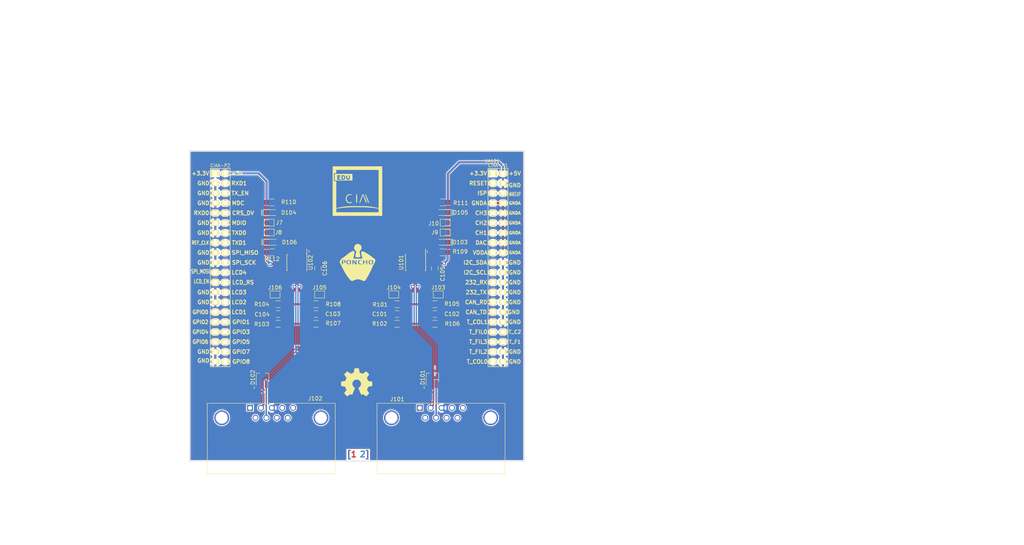
<source format=kicad_pcb>
(kicad_pcb (version 4) (host pcbnew 4.0.7-e2-6376~58~ubuntu16.04.1)
  (title_block (title Poncho_CAN) (date 2018-10-19) (rev 1.0) (company "Proyecto CIAA - COMPUTADORA INDUSTRIAL ABIERTA ARGENTINA") (comment 1 https://github.com/ggavinowich/CESE_PCB_poncho_CAN) (comment 2 "Licencia: Ver doc/LICENCIA.txt") (comment 3 "Autor: Gabriel Gavinowich"))
  (layers (0 F.Cu signal) (31 B.Cu signal) (35 F.Paste user) (37 F.SilkS user) (39 F.Mask user) (44 Edge.Cuts user))
  (net 0 "")
  (net 1 +5V)
  (net 2 GND)
  (net 3 GNDA)
  (net 4 "Net-(C101-Pad2)")
  (net 5 "Net-(C102-Pad1)")
  (net 6 "Net-(C103-Pad2)")
  (net 7 "Net-(C104-Pad1)")
  (net 8 "Net-(J103-Pad2)")
  (net 9 "Net-(J105-Pad2)")
  (net 10 "Net-(D103-Pad1)")
  (net 11 "Net-(D103-Pad2)")
  (net 12 "Net-(D104-Pad1)")
  (net 13 "Net-(D104-Pad2)")
  (net 14 "Net-(D105-Pad1)")
  (net 15 "Net-(D105-Pad2)")
  (net 16 "Net-(D106-Pad1)")
  (net 17 "Net-(D106-Pad2)")
  (net 18 "Net-(J104-Pad1)")
  (net 19 "Net-(J106-Pad1)")
  (net 20 "Net-(J7-Pad1)")
  (net 21 "Net-(J8-Pad1)")
  (net 22 "Net-(J9-Pad1)")
  (net 23 "Net-(J10-Pad1)")
  (net 24 /CAN1+)
  (net 25 /CAN1-)
  (net 26 /CAN2+)
  (net 27 /CAN2-)
  (net 28 +5VP)
  (net 29 "Net-(J101-Pad1)")
  (net 30 "Net-(J101-Pad4)")
  (net 31 "Net-(J101-Pad5)")
  (net 32 "Net-(J101-Pad9)")
  (net 33 "Net-(J101-Pad8)")
  (net 34 "Net-(J101-Pad6)")
  (net 35 "Net-(J102-Pad1)")
  (net 36 "Net-(J102-Pad4)")
  (net 37 "Net-(J102-Pad5)")
  (net 38 "Net-(J102-Pad9)")
  (net 39 "Net-(J102-Pad8)")
  (net 40 "Net-(J102-Pad6)")
  (net 41 "Net-(U101-Pad5)")
  (net 42 "Net-(U101-Pad8)")
  (net 43 "Net-(U102-Pad5)")
  (net 44 "Net-(U102-Pad8)")
  (net 45 +3V3)
  (net 46 "Net-(XA101-Pad11)")
  (net 47 "Net-(XA101-Pad13)")
  (net 48 "Net-(XA101-Pad6)")
  (net 49 "Net-(XA101-Pad15)")
  (net 50 "Net-(XA101-Pad17)")
  (net 51 "Net-(XA101-Pad19)")
  (net 52 "Net-(XA101-Pad21)")
  (net 53 "Net-(XA101-Pad23)")
  (net 54 "Net-(XA101-Pad25)")
  (net 55 "Net-(XA101-Pad31)")
  (net 56 "Net-(XA101-Pad33)")
  (net 57 "Net-(XA101-Pad34)")
  (net 58 "Net-(XA101-Pad36)")
  (net 59 "Net-(XA101-Pad35)")
  (net 60 "Net-(XA101-Pad37)")
  (net 61 "Net-(XA101-Pad3)")
  (net 62 "Net-(XA101-Pad5)")
  (net 63 "Net-(XA101-Pad9)")
  (net 64 "Net-(XA101-Pad39)")
  (net 65 +3.3VP)
  (net 66 "Net-(XA101-Pad44)")
  (net 67 "Net-(XA101-Pad46)")
  (net 68 "Net-(XA101-Pad48)")
  (net 69 "Net-(XA101-Pad49)")
  (net 70 "Net-(XA101-Pad50)")
  (net 71 "Net-(XA101-Pad55)")
  (net 72 "Net-(XA101-Pad56)")
  (net 73 "Net-(XA101-Pad58)")
  (net 74 "Net-(XA101-Pad60)")
  (net 75 "Net-(XA101-Pad61)")
  (net 76 "Net-(XA101-Pad62)")
  (net 77 "Net-(XA101-Pad63)")
  (net 78 "Net-(XA101-Pad64)")
  (net 79 "Net-(XA101-Pad66)")
  (net 80 "Net-(XA101-Pad68)")
  (net 81 "Net-(XA101-Pad69)")
  (net 82 "Net-(XA101-Pad70)")
  (net 83 "Net-(XA101-Pad71)")
  (net 84 "Net-(XA101-Pad72)")
  (net 85 "Net-(XA101-Pad73)")
  (net 86 "Net-(XA101-Pad74)")
  (net 87 "Net-(XA101-Pad75)")
  (net 88 "Net-(XA101-Pad76)")
  (net 89 "Net-(XA101-Pad78)")
  (net 90 "Net-(XA101-Pad80)")
  (module Resistors_SMD:R_0805_HandSoldering (layer F.Cu) (at 86.95 80.45 180)
    (fp_text reference R112 (at 0 -1.7 180) (layer F.SilkS))
    (fp_text value 270)
    (pad 1 smd rect (at -1.35 0 180) (size 1.5 1.3) (layers F.Cu F.Paste F.Mask) (net 17 "Net-(D106-Pad2)"))
    (pad 2 smd rect (at 1.35 0 180) (size 1.5 1.3) (layers F.Cu F.Paste F.Mask) (net 28 +5VP))
  )
  (module Resistors_SMD:R_0805_HandSoldering (layer F.Cu) (at 130.6 67.65)
    (fp_text reference R111 (at 4.65 0.15) (layer F.SilkS))
    (fp_text value 270)
    (pad 1 smd rect (at -1.35 0) (size 1.5 1.3) (layers F.Cu F.Paste F.Mask) (net 15 "Net-(D105-Pad2)"))
    (pad 2 smd rect (at 1.35 0) (size 1.5 1.3) (layers F.Cu F.Paste F.Mask) (net 1 +5V))
  )
  (module LEDs:LED_0805_HandSoldering (layer F.Cu) (at 87 77.85)
    (fp_text reference D106 (at 4.4 0) (layer F.SilkS))
    (fp_text value LED_RX)
    (pad 1 smd rect (at -1.35 0) (size 1.5 1.3) (layers F.Cu F.Paste F.Mask) (net 16 "Net-(D106-Pad1)"))
    (pad 2 smd rect (at 1.35 0) (size 1.5 1.3) (layers F.Cu F.Paste F.Mask) (net 17 "Net-(D106-Pad2)"))
  )
  (module LEDs:LED_0805_HandSoldering (layer F.Cu) (at 130.6 70.25 180)
    (fp_text reference D105 (at -4.6 0 180) (layer F.SilkS))
    (fp_text value LED_TX)
    (pad 1 smd rect (at -1.35 0 180) (size 1.5 1.3) (layers F.Cu F.Paste F.Mask) (net 14 "Net-(D105-Pad1)"))
    (pad 2 smd rect (at 1.35 0 180) (size 1.5 1.3) (layers F.Cu F.Paste F.Mask) (net 15 "Net-(D105-Pad2)"))
  )
  (module footprint:Logo_EDU-CIAA (layer F.Cu) (at 108.8 64.75)
    (fp_text reference G*** hide)
    (fp_text value Logo_EDU-CIAA hide)
  )
  (module footprint:Logo_OSHWA (layer F.Cu) (at 108.6 113.75)
    (fp_text reference G101 hide)
    (fp_text value Logo_OSHWA hide)
  )
  (module footprint:Logo_Poncho (layer F.Cu) (at 108.8 83.1)
    (fp_text reference G*** hide)
    (fp_text value LOGO hide)
  )
  (module Capacitors_SMD:C_0805_HandSoldering (layer F.Cu) (at 118.95 96.25)
    (fp_text reference C101 (at -4.45 0) (layer F.SilkS))
    (fp_text value 47n)
    (pad 1 smd rect (at -1.25 0) (size 1.5 1.25) (layers F.Cu F.Paste F.Mask) (net 2 GND))
    (pad 2 smd rect (at 1.25 0) (size 1.5 1.25) (layers F.Cu F.Paste F.Mask) (net 4 "Net-(C101-Pad2)"))
  )
  (module Capacitors_SMD:C_0805_HandSoldering (layer F.Cu) (at 128.65 96.25)
    (fp_text reference C102 (at 4.35 0) (layer F.SilkS))
    (fp_text value 47n)
    (pad 1 smd rect (at -1.25 0) (size 1.5 1.25) (layers F.Cu F.Paste F.Mask) (net 5 "Net-(C102-Pad1)"))
    (pad 2 smd rect (at 1.25 0) (size 1.5 1.25) (layers F.Cu F.Paste F.Mask) (net 2 GND))
  )
  (module Capacitors_SMD:C_0805_HandSoldering (layer F.Cu) (at 98.2 96.25 180)
    (fp_text reference C103 (at -4.3 0 180) (layer F.SilkS))
    (fp_text value 47n)
    (pad 1 smd rect (at -1.25 0 180) (size 1.5 1.25) (layers F.Cu F.Paste F.Mask) (net 2 GND))
    (pad 2 smd rect (at 1.25 0 180) (size 1.5 1.25) (layers F.Cu F.Paste F.Mask) (net 6 "Net-(C103-Pad2)"))
  )
  (module Capacitors_SMD:C_0805_HandSoldering (layer F.Cu) (at 88.5 96.25 180)
    (fp_text reference C104 (at 4.1 -0.1 180) (layer F.SilkS))
    (fp_text value 47n)
    (pad 1 smd rect (at -1.25 0 180) (size 1.5 1.25) (layers F.Cu F.Paste F.Mask) (net 7 "Net-(C104-Pad1)"))
    (pad 2 smd rect (at 1.25 0 180) (size 1.5 1.25) (layers F.Cu F.Paste F.Mask) (net 2 GND))
  )
  (module Capacitors_SMD:C_0805_HandSoldering (layer F.Cu) (at 128.6 84.55 270)
    (fp_text reference C105 (at 1.4 -2 270) (layer F.SilkS))
    (fp_text value 100n)
    (pad 1 smd rect (at -1.25 0 270) (size 1.5 1.25) (layers F.Cu F.Paste F.Mask) (net 1 +5V))
    (pad 2 smd rect (at 1.25 0 270) (size 1.5 1.25) (layers F.Cu F.Paste F.Mask) (net 2 GND))
  )
  (module Capacitors_SMD:C_0805_HandSoldering (layer F.Cu) (at 98.7 84.55 270)
    (fp_text reference C106 (at 0 -1.75 270) (layer F.SilkS))
    (fp_text value 100n)
    (pad 1 smd rect (at -1.25 0 270) (size 1.5 1.25) (layers F.Cu F.Paste F.Mask) (net 28 +5VP))
    (pad 2 smd rect (at 1.25 0 270) (size 1.5 1.25) (layers F.Cu F.Paste F.Mask) (net 2 GND))
  )
  (module Connect:GS2 (layer F.Cu) (at 86.2 72.85 90)
    (fp_text reference J7 (at 0 2.6 180) (layer F.SilkS))
    (fp_text value GS2)
    (pad 1 smd rect (at 0 -0.64 90) (size 1.27 0.97) (layers F.Cu F.Paste F.Mask) (net 20 "Net-(J7-Pad1)"))
    (pad 2 smd rect (at 0 0.64 90) (size 1.27 0.97) (layers F.Cu F.Paste F.Mask) (net 12 "Net-(D104-Pad1)"))
  )
  (module Connect:GS2 (layer F.Cu) (at 86.2 75.35 90)
    (fp_text reference J8 (at 0 2.4 180) (layer F.SilkS))
    (fp_text value GS2)
    (pad 1 smd rect (at 0 -0.64 90) (size 1.27 0.97) (layers F.Cu F.Paste F.Mask) (net 21 "Net-(J8-Pad1)"))
    (pad 2 smd rect (at 0 0.64 90) (size 1.27 0.97) (layers F.Cu F.Paste F.Mask) (net 16 "Net-(D106-Pad1)"))
  )
  (module Connect:GS2 (layer F.Cu) (at 131.26 75.35 270)
    (fp_text reference J9 (at 0 2.66 360) (layer F.SilkS))
    (fp_text value GS2)
    (pad 1 smd rect (at 0 -0.64 270) (size 1.27 0.97) (layers F.Cu F.Paste F.Mask) (net 22 "Net-(J9-Pad1)"))
    (pad 2 smd rect (at 0 0.64 270) (size 1.27 0.97) (layers F.Cu F.Paste F.Mask) (net 10 "Net-(D103-Pad1)"))
  )
  (module Connect:GS2 (layer F.Cu) (at 131.26 72.85 270)
    (fp_text reference J10 (at 0.2 2.96 360) (layer F.SilkS))
    (fp_text value GS2)
    (pad 1 smd rect (at 0 -0.64 270) (size 1.27 0.97) (layers F.Cu F.Paste F.Mask) (net 23 "Net-(J10-Pad1)"))
    (pad 2 smd rect (at 0 0.64 270) (size 1.27 0.97) (layers F.Cu F.Paste F.Mask) (net 14 "Net-(D105-Pad1)"))
  )
  (module Connect:DB9MC (layer F.Cu) (at 124.75 120.31 180)
    (fp_text reference J101 (at 5.75 2.21 180) (layer F.SilkS))
    (fp_text value DB9_Male_MountingHoles)
    (pad "" thru_hole circle (at 7.24 -2.54 180) (size 3.81 3.81) (drill 3.05) (layers *.Cu *.Mask))
    (pad "" thru_hole circle (at -18.16 -2.54 180) (size 3.81 3.81) (drill 3.05) (layers *.Cu *.Mask))
    (pad 1 thru_hole rect (at 0 0 180) (size 1.52 1.52) (drill 1.02) (layers *.Cu *.Mask) (net 29 "Net-(J101-Pad1)"))
    (pad 2 thru_hole circle (at -2.79 0 180) (size 1.52 1.52) (drill 1.02) (layers *.Cu *.Mask) (net 25 /CAN1-))
    (pad 3 thru_hole circle (at -5.59 0 180) (size 1.52 1.52) (drill 1.02) (layers *.Cu *.Mask) (net 2 GND))
    (pad 4 thru_hole circle (at -8.25 0 180) (size 1.52 1.52) (drill 1.02) (layers *.Cu *.Mask) (net 30 "Net-(J101-Pad4)"))
    (pad 5 thru_hole circle (at -11.05 0 180) (size 1.52 1.52) (drill 1.02) (layers *.Cu *.Mask) (net 31 "Net-(J101-Pad5)"))
    (pad 9 thru_hole circle (at -9.65 -2.54 180) (size 1.52 1.52) (drill 1.02) (layers *.Cu *.Mask) (net 32 "Net-(J101-Pad9)"))
    (pad 8 thru_hole circle (at -6.86 -2.54 180) (size 1.52 1.52) (drill 1.02) (layers *.Cu *.Mask) (net 33 "Net-(J101-Pad8)"))
    (pad 7 thru_hole circle (at -4.19 -2.54 180) (size 1.52 1.52) (drill 1.02) (layers *.Cu *.Mask) (net 24 /CAN1+))
    (pad 6 thru_hole circle (at -1.4 -2.54 180) (size 1.52 1.52) (drill 1.02) (layers *.Cu *.Mask) (net 34 "Net-(J101-Pad6)"))
  )
  (module Connect:DB9MC (layer F.Cu) (at 81.29 120.31 180)
    (fp_text reference J102 (at -16.71 2.41 180) (layer F.SilkS))
    (fp_text value DB9_Male_MountingHoles)
    (pad "" thru_hole circle (at 7.24 -2.54 180) (size 3.81 3.81) (drill 3.05) (layers *.Cu *.Mask))
    (pad "" thru_hole circle (at -18.16 -2.54 180) (size 3.81 3.81) (drill 3.05) (layers *.Cu *.Mask))
    (pad 1 thru_hole rect (at 0 0 180) (size 1.52 1.52) (drill 1.02) (layers *.Cu *.Mask) (net 35 "Net-(J102-Pad1)"))
    (pad 2 thru_hole circle (at -2.79 0 180) (size 1.52 1.52) (drill 1.02) (layers *.Cu *.Mask) (net 27 /CAN2-))
    (pad 3 thru_hole circle (at -5.59 0 180) (size 1.52 1.52) (drill 1.02) (layers *.Cu *.Mask) (net 2 GND))
    (pad 4 thru_hole circle (at -8.25 0 180) (size 1.52 1.52) (drill 1.02) (layers *.Cu *.Mask) (net 36 "Net-(J102-Pad4)"))
    (pad 5 thru_hole circle (at -11.05 0 180) (size 1.52 1.52) (drill 1.02) (layers *.Cu *.Mask) (net 37 "Net-(J102-Pad5)"))
    (pad 9 thru_hole circle (at -9.65 -2.54 180) (size 1.52 1.52) (drill 1.02) (layers *.Cu *.Mask) (net 38 "Net-(J102-Pad9)"))
    (pad 8 thru_hole circle (at -6.86 -2.54 180) (size 1.52 1.52) (drill 1.02) (layers *.Cu *.Mask) (net 39 "Net-(J102-Pad8)"))
    (pad 7 thru_hole circle (at -4.19 -2.54 180) (size 1.52 1.52) (drill 1.02) (layers *.Cu *.Mask) (net 26 /CAN2+))
    (pad 6 thru_hole circle (at -1.4 -2.54 180) (size 1.52 1.52) (drill 1.02) (layers *.Cu *.Mask) (net 40 "Net-(J102-Pad6)"))
  )
  (module Connect:GS2 (layer F.Cu) (at 129.5 91.25 90)
    (fp_text reference J103 (at 1.78 0 180) (layer F.SilkS))
    (fp_text value GS2)
    (pad 1 smd rect (at 0 -0.64 90) (size 1.27 0.97) (layers F.Cu F.Paste F.Mask) (net 24 /CAN1+))
    (pad 2 smd rect (at 0 0.64 90) (size 1.27 0.97) (layers F.Cu F.Paste F.Mask) (net 8 "Net-(J103-Pad2)"))
  )
  (module Connect:GS2 (layer F.Cu) (at 118.1 91.25 90)
    (fp_text reference J104 (at 1.78 0 180) (layer F.SilkS))
    (fp_text value GS2)
    (pad 1 smd rect (at 0 -0.64 90) (size 1.27 0.97) (layers F.Cu F.Paste F.Mask) (net 18 "Net-(J104-Pad1)"))
    (pad 2 smd rect (at 0 0.64 90) (size 1.27 0.97) (layers F.Cu F.Paste F.Mask) (net 25 /CAN1-))
  )
  (module Connect:GS2 (layer F.Cu) (at 99.1 91.25 90)
    (fp_text reference J105 (at 1.78 0 180) (layer F.SilkS))
    (fp_text value GS2)
    (pad 1 smd rect (at 0 -0.64 90) (size 1.27 0.97) (layers F.Cu F.Paste F.Mask) (net 26 /CAN2+))
    (pad 2 smd rect (at 0 0.64 90) (size 1.27 0.97) (layers F.Cu F.Paste F.Mask) (net 9 "Net-(J105-Pad2)"))
  )
  (module Connect:GS2 (layer F.Cu) (at 87.7 91.25 90)
    (fp_text reference J106 (at 1.78 0 180) (layer F.SilkS))
    (fp_text value GS2)
    (pad 1 smd rect (at 0 -0.64 90) (size 1.27 0.97) (layers F.Cu F.Paste F.Mask) (net 19 "Net-(J106-Pad1)"))
    (pad 2 smd rect (at 0 0.64 90) (size 1.27 0.97) (layers F.Cu F.Paste F.Mask) (net 27 /CAN2-))
  )
  (module Resistors_SMD:R_0805_HandSoldering (layer F.Cu) (at 118.95 93.75 180)
    (fp_text reference R101 (at 4.35 -0.1 180) (layer F.SilkS))
    (fp_text value 60)
    (pad 1 smd rect (at -1.35 0 180) (size 1.5 1.3) (layers F.Cu F.Paste F.Mask) (net 4 "Net-(C101-Pad2)"))
    (pad 2 smd rect (at 1.35 0 180) (size 1.5 1.3) (layers F.Cu F.Paste F.Mask) (net 18 "Net-(J104-Pad1)"))
  )
  (module Resistors_SMD:R_0805_HandSoldering (layer F.Cu) (at 118.95 98.75 180)
    (fp_text reference R102 (at 4.45 0 180) (layer F.SilkS))
    (fp_text value 60)
    (pad 1 smd rect (at -1.35 0 180) (size 1.5 1.3) (layers F.Cu F.Paste F.Mask) (net 5 "Net-(C102-Pad1)"))
    (pad 2 smd rect (at 1.35 0 180) (size 1.5 1.3) (layers F.Cu F.Paste F.Mask) (net 18 "Net-(J104-Pad1)"))
  )
  (module Resistors_SMD:R_0805_HandSoldering (layer F.Cu) (at 88.5 98.75 180)
    (fp_text reference R103 (at 4.2 -0.1 180) (layer F.SilkS))
    (fp_text value 60)
    (pad 1 smd rect (at -1.35 0 180) (size 1.5 1.3) (layers F.Cu F.Paste F.Mask) (net 6 "Net-(C103-Pad2)"))
    (pad 2 smd rect (at 1.35 0 180) (size 1.5 1.3) (layers F.Cu F.Paste F.Mask) (net 19 "Net-(J106-Pad1)"))
  )
  (module Resistors_SMD:R_0805_HandSoldering (layer F.Cu) (at 88.5 93.75 180)
    (fp_text reference R104 (at 4.2 0 180) (layer F.SilkS))
    (fp_text value 60)
    (pad 1 smd rect (at -1.35 0 180) (size 1.5 1.3) (layers F.Cu F.Paste F.Mask) (net 7 "Net-(C104-Pad1)"))
    (pad 2 smd rect (at 1.35 0 180) (size 1.5 1.3) (layers F.Cu F.Paste F.Mask) (net 19 "Net-(J106-Pad1)"))
  )
  (module Resistors_SMD:R_0805_HandSoldering (layer F.Cu) (at 128.65 93.75 180)
    (fp_text reference R105 (at -4.35 0.1 180) (layer F.SilkS))
    (fp_text value 60)
    (pad 1 smd rect (at -1.35 0 180) (size 1.5 1.3) (layers F.Cu F.Paste F.Mask) (net 8 "Net-(J103-Pad2)"))
    (pad 2 smd rect (at 1.35 0 180) (size 1.5 1.3) (layers F.Cu F.Paste F.Mask) (net 4 "Net-(C101-Pad2)"))
  )
  (module Resistors_SMD:R_0805_HandSoldering (layer F.Cu) (at 128.65 98.75 180)
    (fp_text reference R106 (at -4.45 0 180) (layer F.SilkS))
    (fp_text value 60)
    (pad 1 smd rect (at -1.35 0 180) (size 1.5 1.3) (layers F.Cu F.Paste F.Mask) (net 8 "Net-(J103-Pad2)"))
    (pad 2 smd rect (at 1.35 0 180) (size 1.5 1.3) (layers F.Cu F.Paste F.Mask) (net 5 "Net-(C102-Pad1)"))
  )
  (module Resistors_SMD:R_0805_HandSoldering (layer F.Cu) (at 98.2 98.75 180)
    (fp_text reference R107 (at -4.4 0.1 180) (layer F.SilkS))
    (fp_text value 60)
    (pad 1 smd rect (at -1.35 0 180) (size 1.5 1.3) (layers F.Cu F.Paste F.Mask) (net 9 "Net-(J105-Pad2)"))
    (pad 2 smd rect (at 1.35 0 180) (size 1.5 1.3) (layers F.Cu F.Paste F.Mask) (net 6 "Net-(C103-Pad2)"))
  )
  (module Resistors_SMD:R_0805_HandSoldering (layer F.Cu) (at 98.2 93.75 180)
    (fp_text reference R108 (at -4.4 0 180) (layer F.SilkS))
    (fp_text value 60)
    (pad 1 smd rect (at -1.35 0 180) (size 1.5 1.3) (layers F.Cu F.Paste F.Mask) (net 9 "Net-(J105-Pad2)"))
    (pad 2 smd rect (at 1.35 0 180) (size 1.5 1.3) (layers F.Cu F.Paste F.Mask) (net 7 "Net-(C104-Pad1)"))
  )
  (module Housings_SOIC:SOIC-8_3.9x4.9mm_Pitch1.27mm (layer F.Cu) (at 123.7 83.05 270)
    (fp_text reference U101 (at 0 3.7 270) (layer F.SilkS))
    (fp_text value TJA1051T)
    (pad 1 smd rect (at -2.7 -1.905 270) (size 1.55 0.6) (layers F.Cu F.Paste F.Mask) (net 10 "Net-(D103-Pad1)"))
    (pad 2 smd rect (at -2.7 -0.635 270) (size 1.55 0.6) (layers F.Cu F.Paste F.Mask) (net 2 GND))
    (pad 3 smd rect (at -2.7 0.635 270) (size 1.55 0.6) (layers F.Cu F.Paste F.Mask) (net 1 +5V))
    (pad 4 smd rect (at -2.7 1.905 270) (size 1.55 0.6) (layers F.Cu F.Paste F.Mask) (net 14 "Net-(D105-Pad1)"))
    (pad 5 smd rect (at 2.7 1.905 270) (size 1.55 0.6) (layers F.Cu F.Paste F.Mask) (net 41 "Net-(U101-Pad5)"))
    (pad 6 smd rect (at 2.7 0.635 270) (size 1.55 0.6) (layers F.Cu F.Paste F.Mask) (net 25 /CAN1-))
    (pad 7 smd rect (at 2.7 -0.635 270) (size 1.55 0.6) (layers F.Cu F.Paste F.Mask) (net 24 /CAN1+))
    (pad 8 smd rect (at 2.7 -1.905 270) (size 1.55 0.6) (layers F.Cu F.Paste F.Mask) (net 42 "Net-(U101-Pad8)"))
  )
  (module Housings_SOIC:SOIC-8_3.9x4.9mm_Pitch1.27mm (layer F.Cu) (at 93.3 83.05 270)
    (fp_text reference U102 (at 0 -3.5 270) (layer F.SilkS))
    (fp_text value TJA1051T)
    (pad 1 smd rect (at -2.7 -1.905 270) (size 1.55 0.6) (layers F.Cu F.Paste F.Mask) (net 12 "Net-(D104-Pad1)"))
    (pad 2 smd rect (at -2.7 -0.635 270) (size 1.55 0.6) (layers F.Cu F.Paste F.Mask) (net 2 GND))
    (pad 3 smd rect (at -2.7 0.635 270) (size 1.55 0.6) (layers F.Cu F.Paste F.Mask) (net 28 +5VP))
    (pad 4 smd rect (at -2.7 1.905 270) (size 1.55 0.6) (layers F.Cu F.Paste F.Mask) (net 16 "Net-(D106-Pad1)"))
    (pad 5 smd rect (at 2.7 1.905 270) (size 1.55 0.6) (layers F.Cu F.Paste F.Mask) (net 43 "Net-(U102-Pad5)"))
    (pad 6 smd rect (at 2.7 0.635 270) (size 1.55 0.6) (layers F.Cu F.Paste F.Mask) (net 27 /CAN2-))
    (pad 7 smd rect (at 2.7 -0.635 270) (size 1.55 0.6) (layers F.Cu F.Paste F.Mask) (net 26 /CAN2+))
    (pad 8 smd rect (at 2.7 -1.905 270) (size 1.55 0.6) (layers F.Cu F.Paste F.Mask) (net 44 "Net-(U102-Pad8)"))
  )
  (module LEDs:LED_0805_HandSoldering (layer F.Cu) (at 130.6 77.85 180)
    (fp_text reference D103 (at -4.5 0 180) (layer F.SilkS))
    (fp_text value LED_RX)
    (pad 1 smd rect (at -1.35 0 180) (size 1.5 1.3) (layers F.Cu F.Paste F.Mask) (net 10 "Net-(D103-Pad1)"))
    (pad 2 smd rect (at 1.35 0 180) (size 1.5 1.3) (layers F.Cu F.Paste F.Mask) (net 11 "Net-(D103-Pad2)"))
  )
  (module LEDs:LED_0805_HandSoldering (layer F.Cu) (at 86.9 70.25)
    (fp_text reference D104 (at 4.3 0) (layer F.SilkS))
    (fp_text value LED_TX)
    (pad 1 smd rect (at -1.35 0) (size 1.5 1.3) (layers F.Cu F.Paste F.Mask) (net 12 "Net-(D104-Pad1)"))
    (pad 2 smd rect (at 1.35 0) (size 1.5 1.3) (layers F.Cu F.Paste F.Mask) (net 13 "Net-(D104-Pad2)"))
  )
  (module Resistors_SMD:R_0805_HandSoldering (layer F.Cu) (at 130.5 80.45)
    (fp_text reference R109 (at 4.6 -0.2) (layer F.SilkS))
    (fp_text value 270)
    (pad 1 smd rect (at -1.35 0) (size 1.5 1.3) (layers F.Cu F.Paste F.Mask) (net 11 "Net-(D103-Pad2)"))
    (pad 2 smd rect (at 1.35 0) (size 1.5 1.3) (layers F.Cu F.Paste F.Mask) (net 1 +5V))
  )
  (module Resistors_SMD:R_0805_HandSoldering (layer F.Cu) (at 86.9 67.65 180)
    (fp_text reference R110 (at -4.3 0.1 180) (layer F.SilkS))
    (fp_text value 270)
    (pad 1 smd rect (at -1.35 0 180) (size 1.5 1.3) (layers F.Cu F.Paste F.Mask) (net 13 "Net-(D104-Pad2)"))
    (pad 2 smd rect (at 1.35 0 180) (size 1.5 1.3) (layers F.Cu F.Paste F.Mask) (net 28 +5VP))
  )
  (module footprint:Conn_Poncho_SinBorde (layer F.Cu) (at 143.52 60.21)
    (fp_text reference XA101 (at -0.254 -3.175) (layer F.SilkS) (effects (font (size 0.8 0.8) (thickness 0.12))))
    (fp_text value Conn_Poncho2P_2x_20x2 hide)
    (fp_text user GPIO8 (at -64.516 48.26) (layer F.SilkS) (effects (font (thickness 0.2))))
    (fp_text user GPIO7 (at -64.516 45.72) (layer F.SilkS) (effects (font (thickness 0.2))))
    (fp_text user GPIO5 (at -64.516 43.18) (layer F.SilkS) (effects (font (thickness 0.2))))
    (fp_text user GPIO3 (at -64.516 40.64) (layer F.SilkS) (effects (font (thickness 0.2))))
    (fp_text user GPIO1 (at -64.516 38.1) (layer F.SilkS) (effects (font (thickness 0.2))))
    (fp_text user LCD1 (at -65.024 35.56) (layer F.SilkS) (effects (font (thickness 0.2))))
    (fp_text user LCD2 (at -65.024 33.02) (layer F.SilkS) (effects (font (thickness 0.2))))
    (fp_text user LCD3 (at -65.024 30.48) (layer F.SilkS) (effects (font (thickness 0.2))))
    (fp_text user LCD_RS (at -64.008 27.94) (layer F.SilkS) (effects (font (thickness 0.2))))
    (fp_text user LCD4 (at -65.024 25.4) (layer F.SilkS) (effects (font (thickness 0.2))))
    (fp_text user SPI_SCK (at -63.754 22.86) (layer F.SilkS) (effects (font (thickness 0.2))))
    (fp_text user SPI_MISO (at -63.5 20.32) (layer F.SilkS) (effects (font (thickness 0.2))))
    (fp_text user TXD1 (at -65.024 17.78) (layer F.SilkS) (effects (font (thickness 0.2))))
    (fp_text user TXD0 (at -65.024 15.24) (layer F.SilkS) (effects (font (thickness 0.2))))
    (fp_text user MDIO (at -65.024 12.7) (layer F.SilkS) (effects (font (thickness 0.2))))
    (fp_text user CRS_DV (at -64.008 10.16) (layer F.SilkS) (effects (font (thickness 0.2))))
    (fp_text user MDC (at -65.278 7.62) (layer F.SilkS) (effects (font (thickness 0.2))))
    (fp_text user TX_EN (at -64.77 5.08) (layer F.SilkS) (effects (font (thickness 0.2))))
    (fp_text user RXD1 (at -65.024 2.54) (layer F.SilkS) (effects (font (thickness 0.2))))
    (fp_text user +5V (at -65.532 0) (layer F.SilkS) (effects (font (thickness 0.2))))
    (fp_text user GND (at -74.168 48.006) (layer F.SilkS) (effects (font (thickness 0.2))))
    (fp_text user GND (at -74.168 45.72) (layer F.SilkS) (effects (font (thickness 0.2))))
    (fp_text user GPIO6 (at -74.93 43.18) (layer F.SilkS) (effects (font (size 1 0.9) (thickness 0.2))))
    (fp_text user GPIO4 (at -74.93 40.64) (layer F.SilkS) (effects (font (size 1 0.9) (thickness 0.2))))
    (fp_text user GPIO2 (at -74.93 38.1) (layer F.SilkS) (effects (font (size 1 0.9) (thickness 0.2))))
    (fp_text user GPIO0 (at -74.93 35.56) (layer F.SilkS) (effects (font (size 1 0.9) (thickness 0.2))))
    (fp_text user GND (at -74.168 33.02) (layer F.SilkS) (effects (font (thickness 0.2))))
    (fp_text user GND (at -74.168 30.48) (layer F.SilkS) (effects (font (thickness 0.2))))
    (fp_text user LCD_EN (at -74.676 27.686) (layer F.SilkS) (effects (font (size 1 0.7) (thickness 0.17))))
    (fp_text user SPI_MOSI (at -74.93 25.146) (layer F.SilkS) (effects (font (size 1 0.7) (thickness 0.17))))
    (fp_text user GND (at -74.168 22.86) (layer F.SilkS) (effects (font (thickness 0.2))))
    (fp_text user GND (at -74.168 20.32) (layer F.SilkS) (effects (font (thickness 0.2))))
    (fp_text user REF_CLK (at -74.93 17.78) (layer F.SilkS) (effects (font (size 0.9 0.7) (thickness 0.175))))
    (fp_text user GND (at -74.168 15.24) (layer F.SilkS) (effects (font (thickness 0.2))))
    (fp_text user GND (at -74.168 12.7) (layer F.SilkS) (effects (font (thickness 0.2))))
    (fp_text user GND (at -74.168 7.62) (layer F.SilkS) (effects (font (thickness 0.2))))
    (fp_text user RXD0 (at -74.676 10.16) (layer F.SilkS) (effects (font (thickness 0.2))))
    (fp_text user GND (at -74.168 5.08) (layer F.SilkS) (effects (font (thickness 0.2))))
    (fp_text user GND (at -74.168 2.54) (layer F.SilkS) (effects (font (thickness 0.2))))
    (fp_text user +3.3V (at -74.93 0) (layer F.SilkS) (effects (font (thickness 0.2))))
    (fp_text user GND (at 5.588 48.26) (layer F.SilkS) (effects (font (thickness 0.2))))
    (fp_text user GND (at 5.588 45.72) (layer F.SilkS) (effects (font (thickness 0.2))))
    (fp_text user T_F1 (at 5.588 43.18) (layer F.SilkS) (effects (font (size 0.9 0.9) (thickness 0.18))))
    (fp_text user T_C2 (at 5.588 40.64) (layer F.SilkS) (effects (font (size 0.9 0.9) (thickness 0.18))))
    (fp_text user GND (at 5.588 38.1) (layer F.SilkS) (effects (font (thickness 0.2))))
    (fp_text user GND (at 5.334 35.56) (layer F.SilkS) (effects (font (thickness 0.2))))
    (fp_text user GND (at 5.588 33.02) (layer F.SilkS) (effects (font (thickness 0.2))))
    (fp_text user GND (at 5.588 30.48) (layer F.SilkS) (effects (font (thickness 0.2))))
    (fp_text user GND (at 5.588 27.94) (layer F.SilkS) (effects (font (thickness 0.2))))
    (fp_text user GND (at 5.588 25.4) (layer F.SilkS) (effects (font (thickness 0.2))))
    (fp_text user GND (at 5.588 22.86) (layer F.SilkS) (effects (font (thickness 0.2))))
    (fp_text user GNDA (at 5.588 20.32) (layer F.SilkS) (effects (font (size 0.76 0.76) (thickness 0.19))))
    (fp_text user GNDA (at 5.588 17.78) (layer F.SilkS) (effects (font (size 0.76 0.76) (thickness 0.19))))
    (fp_text user GNDA (at 5.588 15.24) (layer F.SilkS) (effects (font (size 0.76 0.76) (thickness 0.19))))
    (fp_text user GNDA (at 5.588 12.7) (layer F.SilkS) (effects (font (size 0.76 0.76) (thickness 0.19))))
    (fp_text user GNDA (at 5.588 10.16) (layer F.SilkS) (effects (font (size 0.76 0.76) (thickness 0.19))))
    (fp_text user GNDA (at 5.588 7.62) (layer F.SilkS) (effects (font (size 0.76 0.76) (thickness 0.19))))
    (fp_text user WAKEUP (at 5.588 5.334) (layer F.SilkS) (effects (font (size 1 0.5) (thickness 0.125))))
    (fp_text user GND (at 5.588 3.048) (layer F.SilkS) (effects (font (thickness 0.2))))
    (fp_text user +5V (at 5.588 0) (layer F.SilkS) (effects (font (thickness 0.2))))
    (fp_text user T_COL0 (at -4.064 48.26) (layer F.SilkS) (effects (font (thickness 0.2))))
    (fp_text user T_FIL2 (at -3.81 45.72) (layer F.SilkS) (effects (font (thickness 0.2))))
    (fp_text user T_FIL3 (at -3.81 43.18) (layer F.SilkS) (effects (font (thickness 0.2))))
    (fp_text user T_FIL0 (at -3.81 40.64) (layer F.SilkS) (effects (font (thickness 0.2))))
    (fp_text user T_COL1 (at -4.064 38.1) (layer F.SilkS) (effects (font (thickness 0.2))))
    (fp_text user CAN_TD (at -4.318 35.56) (layer F.SilkS) (effects (font (thickness 0.2))))
    (fp_text user CAN_RD (at -4.318 33.02) (layer F.SilkS) (effects (font (thickness 0.2))))
    (fp_text user 232_TX (at -4.318 30.48) (layer F.SilkS) (effects (font (thickness 0.2))))
    (fp_text user 232_RX (at -4.318 27.94) (layer F.SilkS) (effects (font (thickness 0.2))))
    (fp_text user I2C_SCL (at -4.572 25.4) (layer F.SilkS) (effects (font (thickness 0.2))))
    (fp_text user I2C_SDA (at -4.572 22.86) (layer F.SilkS) (effects (font (thickness 0.2))))
    (fp_text user VDDA (at -3.302 20.32) (layer F.SilkS) (effects (font (thickness 0.2))))
    (fp_text user DAC (at -3.048 17.78) (layer F.SilkS) (effects (font (thickness 0.2))))
    (fp_text user CH1 (at -3.048 15.24) (layer F.SilkS) (effects (font (thickness 0.2))))
    (fp_text user CH2 (at -3.048 12.7) (layer F.SilkS) (effects (font (thickness 0.2))))
    (fp_text user CH3 (at -3.048 10.16) (layer F.SilkS) (effects (font (thickness 0.2))))
    (fp_text user GNDA (at -3.556 7.62) (layer F.SilkS) (effects (font (thickness 0.2))))
    (fp_text user ISP (at -2.794 5.08) (layer F.SilkS) (effects (font (thickness 0.2))))
    (fp_text user RESET (at -3.81 2.54) (layer F.SilkS) (effects (font (thickness 0.2))))
    (fp_text user CIAA-P2 (at -69.85 -2.032) (layer F.SilkS) (effects (font (size 0.8 0.8) (thickness 0.12))))
    (fp_text user CIAA-P1 (at 1.27 -2.032) (layer F.SilkS) (effects (font (size 0.8 0.8) (thickness 0.12))))
    (fp_text user +3.3V (at -3.81 0) (layer F.SilkS) (effects (font (thickness 0.2))))
    (pad 1 thru_hole rect (at 0 0 270) (size 1.524 2) (drill 1.016) (layers *.Cu *.Mask F.SilkS) (net 45 +3V3))
    (pad 2 thru_hole oval (at 2.54 0 270) (size 1.524 2) (drill 1.016) (layers *.Cu *.Mask F.SilkS) (net 1 +5V))
    (pad 11 thru_hole oval (at 0 12.7 270) (size 1.524 2) (drill 1.016) (layers *.Cu *.Mask F.SilkS) (net 46 "Net-(XA101-Pad11)"))
    (pad 4 thru_hole oval (at 2.54 2.54 270) (size 1.524 2) (drill 1.016) (layers *.Cu *.Mask F.SilkS) (net 2 GND))
    (pad 13 thru_hole oval (at 0 15.24 270) (size 1.524 2) (drill 1.016) (layers *.Cu *.Mask F.SilkS) (net 47 "Net-(XA101-Pad13)"))
    (pad 6 thru_hole oval (at 2.54 5.08 270) (size 1.524 2) (drill 1.016) (layers *.Cu *.Mask F.SilkS) (net 48 "Net-(XA101-Pad6)"))
    (pad 15 thru_hole oval (at 0 17.78 270) (size 1.524 2) (drill 1.016) (layers *.Cu *.Mask F.SilkS) (net 49 "Net-(XA101-Pad15)"))
    (pad 8 thru_hole oval (at 2.54 7.62 270) (size 1.524 2) (drill 1.016) (layers *.Cu *.Mask F.SilkS) (net 3 GNDA))
    (pad 17 thru_hole oval (at 0 20.32 270) (size 1.524 2) (drill 1.016) (layers *.Cu *.Mask F.SilkS) (net 50 "Net-(XA101-Pad17)"))
    (pad 10 thru_hole oval (at 2.54 10.16 270) (size 1.524 2) (drill 1.016) (layers *.Cu *.Mask F.SilkS) (net 3 GNDA))
    (pad 19 thru_hole oval (at 0 22.86 270) (size 1.524 2) (drill 1.016) (layers *.Cu *.Mask F.SilkS) (net 51 "Net-(XA101-Pad19)"))
    (pad 12 thru_hole oval (at 2.54 12.7 270) (size 1.524 2) (drill 1.016) (layers *.Cu *.Mask F.SilkS) (net 3 GNDA))
    (pad 21 thru_hole oval (at 0 25.4 270) (size 1.524 2) (drill 1.016) (layers *.Cu *.Mask F.SilkS) (net 52 "Net-(XA101-Pad21)"))
    (pad 14 thru_hole oval (at 2.54 15.24 270) (size 1.524 2) (drill 1.016) (layers *.Cu *.Mask F.SilkS) (net 3 GNDA))
    (pad 23 thru_hole oval (at 0 27.94 270) (size 1.524 2) (drill 1.016) (layers *.Cu *.Mask F.SilkS) (net 53 "Net-(XA101-Pad23)"))
    (pad 16 thru_hole oval (at 2.54 17.78 270) (size 1.524 2) (drill 1.016) (layers *.Cu *.Mask F.SilkS) (net 3 GNDA))
    (pad 25 thru_hole oval (at 0 30.48 270) (size 1.524 2) (drill 1.016) (layers *.Cu *.Mask F.SilkS) (net 54 "Net-(XA101-Pad25)"))
    (pad 18 thru_hole oval (at 2.54 20.32 270) (size 1.524 2) (drill 1.016) (layers *.Cu *.Mask F.SilkS) (net 3 GNDA))
    (pad 27 thru_hole oval (at 0 33.02 270) (size 1.524 2) (drill 1.016) (layers *.Cu *.Mask F.SilkS) (net 23 "Net-(J10-Pad1)"))
    (pad 20 thru_hole oval (at 2.54 22.86 270) (size 1.524 2) (drill 1.016) (layers *.Cu *.Mask F.SilkS) (net 2 GND))
    (pad 29 thru_hole oval (at 0 35.56 270) (size 1.524 2) (drill 1.016) (layers *.Cu *.Mask F.SilkS) (net 22 "Net-(J9-Pad1)"))
    (pad 22 thru_hole oval (at 2.54 25.4 270) (size 1.524 2) (drill 1.016) (layers *.Cu *.Mask F.SilkS) (net 2 GND))
    (pad 31 thru_hole oval (at 0 38.1 270) (size 1.524 2) (drill 1.016) (layers *.Cu *.Mask F.SilkS) (net 55 "Net-(XA101-Pad31)"))
    (pad 24 thru_hole oval (at 2.54 27.94 270) (size 1.524 2) (drill 1.016) (layers *.Cu *.Mask F.SilkS) (net 2 GND))
    (pad 26 thru_hole oval (at 2.54 30.48 270) (size 1.524 2) (drill 1.016) (layers *.Cu *.Mask F.SilkS) (net 2 GND))
    (pad 33 thru_hole oval (at 0 40.64 270) (size 1.524 2) (drill 1.016) (layers *.Cu *.Mask F.SilkS) (net 56 "Net-(XA101-Pad33)"))
    (pad 28 thru_hole oval (at 2.54 33.02 270) (size 1.524 2) (drill 1.016) (layers *.Cu *.Mask F.SilkS) (net 2 GND))
    (pad 32 thru_hole oval (at 2.54 38.1 270) (size 1.524 2) (drill 1.016) (layers *.Cu *.Mask F.SilkS) (net 2 GND))
    (pad 34 thru_hole oval (at 2.54 40.64 270) (size 1.524 2) (drill 1.016) (layers *.Cu *.Mask F.SilkS) (net 57 "Net-(XA101-Pad34)"))
    (pad 36 thru_hole oval (at 2.54 43.18 270) (size 1.524 2) (drill 1.016) (layers *.Cu *.Mask F.SilkS) (net 58 "Net-(XA101-Pad36)"))
    (pad 38 thru_hole oval (at 2.54 45.72 270) (size 1.524 2) (drill 1.016) (layers *.Cu *.Mask F.SilkS) (net 2 GND))
    (pad 35 thru_hole oval (at 0 43.18 270) (size 1.524 2) (drill 1.016) (layers *.Cu *.Mask F.SilkS) (net 59 "Net-(XA101-Pad35)"))
    (pad 37 thru_hole oval (at 0 45.72 270) (size 1.524 2) (drill 1.016) (layers *.Cu *.Mask F.SilkS) (net 60 "Net-(XA101-Pad37)"))
    (pad 3 thru_hole oval (at 0 2.54 270) (size 1.524 2) (drill 1.016) (layers *.Cu *.Mask F.SilkS) (net 61 "Net-(XA101-Pad3)"))
    (pad 5 thru_hole oval (at 0 5.08 270) (size 1.524 2) (drill 1.016) (layers *.Cu *.Mask F.SilkS) (net 62 "Net-(XA101-Pad5)"))
    (pad 7 thru_hole oval (at 0 7.62 270) (size 1.524 2) (drill 1.016) (layers *.Cu *.Mask F.SilkS) (net 3 GNDA))
    (pad 9 thru_hole oval (at 0 10.16 270) (size 1.524 2) (drill 1.016) (layers *.Cu *.Mask F.SilkS) (net 63 "Net-(XA101-Pad9)"))
    (pad 39 thru_hole oval (at 0 48.26 270) (size 1.524 2) (drill 1.016) (layers *.Cu *.Mask F.SilkS) (net 64 "Net-(XA101-Pad39)"))
    (pad 40 thru_hole oval (at 2.54 48.26 270) (size 1.524 2) (drill 1.016) (layers *.Cu *.Mask F.SilkS) (net 2 GND))
    (pad 30 thru_hole oval (at 2.54 35.56 270) (size 1.524 2) (drill 1.016) (layers *.Cu *.Mask F.SilkS) (net 2 GND))
    (pad 41 thru_hole rect (at -71.12 0 270) (size 1.524 2) (drill 1.016) (layers *.Cu *.Mask F.SilkS) (net 65 +3.3VP))
    (pad 42 thru_hole oval (at -68.58 0 270) (size 1.524 2) (drill 1.016) (layers *.Cu *.Mask F.SilkS) (net 28 +5VP))
    (pad 43 thru_hole oval (at -71.12 2.54 270) (size 1.524 2) (drill 1.016) (layers *.Cu *.Mask F.SilkS) (net 2 GND))
    (pad 44 thru_hole oval (at -68.58 2.54 270) (size 1.524 2) (drill 1.016) (layers *.Cu *.Mask F.SilkS) (net 66 "Net-(XA101-Pad44)"))
    (pad 45 thru_hole oval (at -71.12 5.08 270) (size 1.524 2) (drill 1.016) (layers *.Cu *.Mask F.SilkS) (net 2 GND))
    (pad 46 thru_hole oval (at -68.58 5.08 270) (size 1.524 2) (drill 1.016) (layers *.Cu *.Mask F.SilkS) (net 67 "Net-(XA101-Pad46)"))
    (pad 47 thru_hole oval (at -71.12 7.62 270) (size 1.524 2) (drill 1.016) (layers *.Cu *.Mask F.SilkS) (net 2 GND))
    (pad 48 thru_hole oval (at -68.58 7.62 270) (size 1.524 2) (drill 1.016) (layers *.Cu *.Mask F.SilkS) (net 68 "Net-(XA101-Pad48)"))
    (pad 49 thru_hole oval (at -71.12 10.16 270) (size 1.524 2) (drill 1.016) (layers *.Cu *.Mask F.SilkS) (net 69 "Net-(XA101-Pad49)"))
    (pad 50 thru_hole oval (at -68.58 10.16 270) (size 1.524 2) (drill 1.016) (layers *.Cu *.Mask F.SilkS) (net 70 "Net-(XA101-Pad50)"))
    (pad 51 thru_hole oval (at -71.12 12.7 270) (size 1.524 2) (drill 1.016) (layers *.Cu *.Mask F.SilkS) (net 2 GND))
    (pad 52 thru_hole oval (at -68.58 12.7 270) (size 1.524 2) (drill 1.016) (layers *.Cu *.Mask F.SilkS) (net 20 "Net-(J7-Pad1)"))
    (pad 53 thru_hole oval (at -71.12 15.24 270) (size 1.524 2) (drill 1.016) (layers *.Cu *.Mask F.SilkS) (net 2 GND))
    (pad 54 thru_hole oval (at -68.58 15.24 270) (size 1.524 2) (drill 1.016) (layers *.Cu *.Mask F.SilkS) (net 21 "Net-(J8-Pad1)"))
    (pad 55 thru_hole oval (at -71.12 17.78 270) (size 1.524 2) (drill 1.016) (layers *.Cu *.Mask F.SilkS) (net 71 "Net-(XA101-Pad55)"))
    (pad 56 thru_hole oval (at -68.58 17.78 270) (size 1.524 2) (drill 1.016) (layers *.Cu *.Mask F.SilkS) (net 72 "Net-(XA101-Pad56)"))
    (pad 57 thru_hole oval (at -71.12 20.32 270) (size 1.524 2) (drill 1.016) (layers *.Cu *.Mask F.SilkS) (net 2 GND))
    (pad 58 thru_hole oval (at -68.58 20.32 270) (size 1.524 2) (drill 1.016) (layers *.Cu *.Mask F.SilkS) (net 73 "Net-(XA101-Pad58)"))
    (pad 59 thru_hole oval (at -71.12 22.86 270) (size 1.524 2) (drill 1.016) (layers *.Cu *.Mask F.SilkS) (net 2 GND))
    (pad 60 thru_hole oval (at -68.58 22.86 270) (size 1.524 2) (drill 1.016) (layers *.Cu *.Mask F.SilkS) (net 74 "Net-(XA101-Pad60)"))
    (pad 61 thru_hole oval (at -71.12 25.4 270) (size 1.524 2) (drill 1.016) (layers *.Cu *.Mask F.SilkS) (net 75 "Net-(XA101-Pad61)"))
    (pad 62 thru_hole oval (at -68.58 25.4 270) (size 1.524 2) (drill 1.016) (layers *.Cu *.Mask F.SilkS) (net 76 "Net-(XA101-Pad62)"))
    (pad 63 thru_hole oval (at -71.12 27.94 270) (size 1.524 2) (drill 1.016) (layers *.Cu *.Mask F.SilkS) (net 77 "Net-(XA101-Pad63)"))
    (pad 64 thru_hole oval (at -68.58 27.94 270) (size 1.524 2) (drill 1.016) (layers *.Cu *.Mask F.SilkS) (net 78 "Net-(XA101-Pad64)"))
    (pad 65 thru_hole oval (at -71.12 30.48 270) (size 1.524 2) (drill 1.016) (layers *.Cu *.Mask F.SilkS) (net 2 GND))
    (pad 66 thru_hole oval (at -68.58 30.48 270) (size 1.524 2) (drill 1.016) (layers *.Cu *.Mask F.SilkS) (net 79 "Net-(XA101-Pad66)"))
    (pad 67 thru_hole oval (at -71.12 33.02 270) (size 1.524 2) (drill 1.016) (layers *.Cu *.Mask F.SilkS) (net 2 GND))
    (pad 68 thru_hole oval (at -68.58 33.02 270) (size 1.524 2) (drill 1.016) (layers *.Cu *.Mask F.SilkS) (net 80 "Net-(XA101-Pad68)"))
    (pad 69 thru_hole oval (at -71.12 35.56 270) (size 1.524 2) (drill 1.016) (layers *.Cu *.Mask F.SilkS) (net 81 "Net-(XA101-Pad69)"))
    (pad 70 thru_hole oval (at -68.58 35.56 270) (size 1.524 2) (drill 1.016) (layers *.Cu *.Mask F.SilkS) (net 82 "Net-(XA101-Pad70)"))
    (pad 71 thru_hole oval (at -71.12 38.1 270) (size 1.524 2) (drill 1.016) (layers *.Cu *.Mask F.SilkS) (net 83 "Net-(XA101-Pad71)"))
    (pad 72 thru_hole oval (at -68.58 38.1 270) (size 1.524 2) (drill 1.016) (layers *.Cu *.Mask F.SilkS) (net 84 "Net-(XA101-Pad72)"))
    (pad 73 thru_hole oval (at -71.12 40.64 270) (size 1.524 2) (drill 1.016) (layers *.Cu *.Mask F.SilkS) (net 85 "Net-(XA101-Pad73)"))
    (pad 74 thru_hole oval (at -68.58 40.64 270) (size 1.524 2) (drill 1.016) (layers *.Cu *.Mask F.SilkS) (net 86 "Net-(XA101-Pad74)"))
    (pad 75 thru_hole oval (at -71.12 43.18 270) (size 1.524 2) (drill 1.016) (layers *.Cu *.Mask F.SilkS) (net 87 "Net-(XA101-Pad75)"))
    (pad 76 thru_hole oval (at -68.58 43.18 270) (size 1.524 2) (drill 1.016) (layers *.Cu *.Mask F.SilkS) (net 88 "Net-(XA101-Pad76)"))
    (pad 77 thru_hole oval (at -71.12 45.72 270) (size 1.524 2) (drill 1.016) (layers *.Cu *.Mask F.SilkS) (net 2 GND))
    (pad 78 thru_hole oval (at -68.58 45.72 270) (size 1.524 2) (drill 1.016) (layers *.Cu *.Mask F.SilkS) (net 89 "Net-(XA101-Pad78)"))
    (pad 79 thru_hole oval (at -71.12 48.26 270) (size 1.524 2) (drill 1.016) (layers *.Cu *.Mask F.SilkS) (net 2 GND))
    (pad 80 thru_hole oval (at -68.58 48.26 270) (size 1.524 2) (drill 1.016) (layers *.Cu *.Mask F.SilkS) (net 90 "Net-(XA101-Pad80)"))
  )
  (module Fiducials:Fiducial_1mm_Dia_2.54mm_Outer_CopperBottom (layer F.Cu) (at 73.7 115.6)
    (fp_text reference F101 hide)
    (fp_text value Fiduciaria hide)
    (pad ~ smd circle (at 0 0) (size 1 1) (layers F.Cu) (clearance 0.77))
  )
  (module Fiducials:Fiducial_1mm_Dia_2.54mm_Outer_CopperBottom (layer F.Cu) (at 144.8 115.6)
    (fp_text reference F102 hide)
    (fp_text value Fiduciaria hide)
    (pad ~ smd circle (at 0 0) (size 1 1) (layers F.Cu) (clearance 0.77))
  )
  (module Fiducials:Fiducial_1mm_Dia_2.54mm_Outer_CopperBottom (layer F.Cu) (at 73.7 56.2)
    (fp_text reference F103 hide)
    (fp_text value Fiduciaria hide)
    (pad ~ smd circle (at 0 0) (size 1 1) (layers F.Cu) (clearance 0.77))
  )
  (module TO_SOT_Packages_SMD:SOT-23W_Handsoldering (layer F.Cu) (at 128 112.5 90)
    (fp_text reference D101 (at 0 -2.5 90) (layer F.SilkS))
    (fp_text value RSB27C2)
    (pad 1 smd rect (at -1.7 -0.95 90) (size 2 0.7) (layers F.Cu F.Paste F.Mask) (net 25 /CAN1-))
    (pad 2 smd rect (at -1.7 0.95 90) (size 2 0.7) (layers F.Cu F.Paste F.Mask) (net 24 /CAN1+))
    (pad 3 smd rect (at 1.7 0 90) (size 2 0.7) (layers F.Cu F.Paste F.Mask) (net 2 GND))
  )
  (module TO_SOT_Packages_SMD:SOT-23W_Handsoldering (layer F.Cu) (at 84.5 112.5 90)
    (fp_text reference D102 (at 0 -2.5 90) (layer F.SilkS))
    (fp_text value RSB27C2)
    (pad 1 smd rect (at -1.7 -0.95 90) (size 2 0.7) (layers F.Cu F.Paste F.Mask) (net 27 /CAN2-))
    (pad 2 smd rect (at -1.7 0.95 90) (size 2 0.7) (layers F.Cu F.Paste F.Mask) (net 26 /CAN2+))
    (pad 3 smd rect (at 1.7 0 90) (size 2 0.7) (layers F.Cu F.Paste F.Mask) (net 2 GND))
  )
  (gr_text "IND. ARGENTINA" (at 109 108) (layer F.Cu) (effects (font (size 1.5 1.5) (thickness 0.3))))
  (gr_text 1 (at 125.9 115.1) (layer F.SilkS) (effects (font (size 0.5 0.5) (thickness 0.1))))
  (gr_text 1 (at 82.4 115.1) (layer F.SilkS) (effects (font (size 0.5 0.5) (thickness 0.1))))
  (gr_text 1 (at 96.4 80.2) (layer F.SilkS) (effects (font (size 0.5 0.5) (thickness 0.1))))
  (gr_text 1 (at 126.7 80.3) (layer F.SilkS) (effects (font (size 0.5 0.5) (thickness 0.1))))
  (gr_line (start 84.4 77.1) (end 84.4 78.6) (layer F.SilkS) (width 0.2))
  (gr_line (start 133.1 77.1) (end 133.1 78.6) (layer F.SilkS) (width 0.2))
  (gr_line (start 84.3 69.5) (end 84.3 71) (layer F.SilkS) (width 0.2))
  (gr_line (start 133.2 69.5) (end 133.2 71) (layer F.SilkS) (width 0.2))
  (gr_text "Poncho_CAN 2018-OCT v1.0" (at 109 105.5) (layer F.Cu) (effects (font (size 1.5 1.5) (thickness 0.3))))
  (gr_text "[  2]" (at 109 132.2) (layer B.Cu) (effects (font (size 1.5 1.5) (thickness 0.3))))
  (gr_text "[1  ]" (at 109 132.2) (layer F.Cu) (effects (font (size 1.5 1.5) (thickness 0.3))))
  (gr_line (start 151.5 133.95) (end 65.8 133.95) (layer Edge.Cuts) (width 0.15))
  (gr_line (start 65.8 133.95) (end 65.8 54.395) (angle 90) (layer Edge.Cuts) (width 0.15))
  (gr_line (start 151.5 54.395) (end 151.5 133.95) (angle 90) (layer Edge.Cuts) (width 0.15))
  (gr_line (start 65.8 54.395) (end 151.5 54.395) (angle 90) (layer Edge.Cuts) (width 0.15))
  (segment (start 128.6 83.3) (end 130.992884 83.3) (width 0.3556) (layer F.Cu) (net 1))
  (segment (start 130.992884 83.3) (end 131.912387 82.380497) (width 0.508) (layer B.Cu) (net 1))
  (segment (start 131.912387 82.380497) (end 131.912387 82.367461) (width 0.508) (layer B.Cu) (net 1))
  (segment (start 131.912387 82.367461) (end 131.912387 60.364552) (width 0.508) (layer B.Cu) (net 1))
  (segment (start 131.912387 60.364552) (end 134.926939 57.35) (width 0.508) (layer B.Cu) (net 1))
  (segment (start 134.926939 57.35) (end 145.037007 57.35) (width 0.508) (layer B.Cu) (net 1))
  (segment (start 145.037007 57.35) (end 146.04465 58.357643) (width 0.508) (layer B.Cu) (net 1))
  (segment (start 146.04465 58.357643) (end 146.04465 60.222851) (width 0.508) (layer B.Cu) (net 1))
  (segment (start 146.06 60.21) (end 146.06 58.378645) (width 0.508) (layer F.Cu) (net 1))
  (segment (start 146.06 58.378645) (end 145.031355 57.35) (width 0.508) (layer F.Cu) (net 1))
  (segment (start 131.95 60.282578) (end 131.95 67.65) (width 0.508) (layer F.Cu) (net 1))
  (segment (start 145.031355 57.35) (end 134.882578 57.35) (width 0.508) (layer F.Cu) (net 1))
  (segment (start 134.882578 57.35) (end 131.95 60.282578) (width 0.508) (layer F.Cu) (net 1))
  (segment (start 130.992884 83.3) (end 123.75 83.3) (width 0.508) (layer F.Cu) (net 1))
  (segment (start 123.75 83.3) (end 123.065 82.615) (width 0.508) (layer F.Cu) (net 1))
  (segment (start 123.065 82.615) (end 123.065 80.35) (width 0.508) (layer F.Cu) (net 1))
  (via (at 130.992884 83.3) (size 1) (drill 0.5) (layers F.Cu B.Cu) (net 1))
  (segment (start 131.85 80.45) (end 131.85 82.442884) (width 0.508) (layer F.Cu) (net 1))
  (segment (start 131.85 82.442884) (end 130.992884 83.3) (width 0.508) (layer F.Cu) (net 1))
  (segment (start 146.06 77.99) (end 146.06 80.53) (width 0.3556) (layer F.Cu) (net 3))
  (segment (start 146.06 75.45) (end 146.06 77.99) (width 0.3556) (layer F.Cu) (net 3))
  (segment (start 146.06 72.91) (end 146.06 75.45) (width 0.3556) (layer F.Cu) (net 3))
  (segment (start 146.06 70.37) (end 146.06 72.91) (width 0.3556) (layer F.Cu) (net 3))
  (segment (start 146.06 67.83) (end 146.06 70.37) (width 0.3556) (layer F.Cu) (net 3))
  (segment (start 146.06 67.83) (end 146.06 80.53) (width 0.3556) (layer F.Cu) (net 3))
  (segment (start 146.06 67.83) (end 146.06 77.99) (width 0.508) (layer F.Cu) (net 3))
  (segment (start 143.52 67.83) (end 146.06 67.83) (width 0.508) (layer F.Cu) (net 3))
  (segment (start 120.2 96.25) (end 120.2 94.41988) (width 0.508) (layer F.Cu) (net 4))
  (segment (start 120.2 94.41988) (end 120.585808 94.034072) (width 0.508) (layer F.Cu) (net 4))
  (segment (start 120.585808 94.034072) (end 120.585808 93.75) (width 0.508) (layer F.Cu) (net 4))
  (segment (start 127.3 93.75) (end 120.585808 93.75) (width 0.508) (layer F.Cu) (net 4))
  (segment (start 127.3 98.75) (end 127.3 96.35) (width 0.508) (layer F.Cu) (net 5))
  (segment (start 127.3 96.35) (end 127.4 96.25) (width 0.508) (layer F.Cu) (net 5))
  (segment (start 120.3 98.75) (end 121.558 98.75) (width 0.508) (layer F.Cu) (net 5))
  (segment (start 121.558 98.75) (end 127.3 98.75) (width 0.508) (layer F.Cu) (net 5))
  (segment (start 96.85 98.75) (end 89.85 98.75) (width 0.508) (layer F.Cu) (net 6))
  (segment (start 96.95 96.25) (end 96.95 98.65) (width 0.508) (layer F.Cu) (net 6))
  (segment (start 96.95 98.65) (end 96.85 98.75) (width 0.508) (layer F.Cu) (net 6))
  (segment (start 89.85 93.75) (end 96.85 93.75) (width 0.508) (layer F.Cu) (net 7))
  (segment (start 89.75 96.25) (end 89.75 93.85) (width 0.508) (layer F.Cu) (net 7))
  (segment (start 89.75 93.85) (end 89.85 93.75) (width 0.508) (layer F.Cu) (net 7))
  (segment (start 130 98.75) (end 128.996 98.75) (width 0.254) (layer F.Cu) (net 8))
  (segment (start 128.6 94.146) (end 128.996 93.75) (width 0.254) (layer F.Cu) (net 8))
  (segment (start 128.996 98.75) (end 128.6 98.354) (width 0.254) (layer F.Cu) (net 8))
  (segment (start 128.6 98.354) (end 128.6 94.146) (width 0.254) (layer F.Cu) (net 8))
  (segment (start 128.996 93.75) (end 130 93.75) (width 0.254) (layer F.Cu) (net 8))
  (segment (start 130.14 91.25) (end 130.14 93.61) (width 0.4572) (layer F.Cu) (net 8))
  (segment (start 99.55 98.75) (end 98.412851 98.75) (width 0.254) (layer F.Cu) (net 9))
  (segment (start 98.598607 93.75) (end 99.55 93.75) (width 0.254) (layer F.Cu) (net 9))
  (segment (start 98.412851 98.75) (end 98.2 98.537149) (width 0.254) (layer F.Cu) (net 9))
  (segment (start 98.2 98.537149) (end 98.2 94.148607) (width 0.254) (layer F.Cu) (net 9))
  (segment (start 98.2 94.148607) (end 98.598607 93.75) (width 0.254) (layer F.Cu) (net 9))
  (segment (start 99.55 93.75) (end 99.45 93.75) (width 0.508) (layer F.Cu) (net 9))
  (segment (start 99.74 91.25) (end 99.74 93.56) (width 0.508) (layer F.Cu) (net 9))
  (segment (start 99.74 93.56) (end 99.55 93.75) (width 0.508) (layer F.Cu) (net 9))
  (segment (start 131.95 77.85) (end 131 77.85) (width 0.508) (layer F.Cu) (net 10))
  (segment (start 131 77.85) (end 130.62 77.47) (width 0.508) (layer F.Cu) (net 10))
  (segment (start 130.62 77.47) (end 130.62 75.35) (width 0.508) (layer F.Cu) (net 10))
  (segment (start 126.8 75.35) (end 125.605 76.545) (width 0.508) (layer F.Cu) (net 10))
  (segment (start 125.605 76.545) (end 125.605 80.35) (width 0.508) (layer F.Cu) (net 10))
  (segment (start 130.62 75.35) (end 126.8 75.35) (width 0.508) (layer F.Cu) (net 10))
  (segment (start 129.25 77.85) (end 129.25 80.35) (width 0.508) (layer F.Cu) (net 11))
  (segment (start 129.25 80.35) (end 129.15 80.45) (width 0.508) (layer F.Cu) (net 11))
  (segment (start 86.84 72.85) (end 91.5 72.85) (width 0.508) (layer F.Cu) (net 12))
  (segment (start 95.205 76.555) (end 95.205 80.35) (width 0.508) (layer F.Cu) (net 12))
  (segment (start 91.5 72.85) (end 95.205 76.555) (width 0.508) (layer F.Cu) (net 12))
  (segment (start 86.84 72.85) (end 86.84 70.282) (width 0.508) (layer F.Cu) (net 12))
  (segment (start 86.808 70.25) (end 85.55 70.25) (width 0.508) (layer F.Cu) (net 12))
  (segment (start 88.25 67.65) (end 88.25 70.25) (width 0.508) (layer F.Cu) (net 13))
  (segment (start 130.62 72.85) (end 130.62 70.613905) (width 0.508) (layer F.Cu) (net 14))
  (segment (start 130.62 70.613905) (end 130.983905 70.25) (width 0.508) (layer F.Cu) (net 14))
  (segment (start 130.983905 70.25) (end 131.95 70.25) (width 0.508) (layer F.Cu) (net 14))
  (segment (start 130.62 72.85) (end 125.6 72.85) (width 0.508) (layer F.Cu) (net 14))
  (segment (start 125.6 72.85) (end 121.795 76.655) (width 0.508) (layer F.Cu) (net 14))
  (segment (start 121.795 76.655) (end 121.795 80.35) (width 0.508) (layer F.Cu) (net 14))
  (segment (start 129.25 70.25) (end 129.25 67.65) (width 0.508) (layer F.Cu) (net 15))
  (segment (start 86.6 77.85) (end 86.84 77.61) (width 0.508) (layer F.Cu) (net 16))
  (segment (start 86.84 77.61) (end 86.84 75.35) (width 0.508) (layer F.Cu) (net 16))
  (segment (start 85.65 77.85) (end 86.6 77.85) (width 0.508) (layer F.Cu) (net 16))
  (segment (start 86.84 75.35) (end 89.2 75.35) (width 0.508) (layer F.Cu) (net 16))
  (segment (start 89.2 75.35) (end 91.395 77.545) (width 0.508) (layer F.Cu) (net 16))
  (segment (start 91.395 77.545) (end 91.395 80.35) (width 0.508) (layer F.Cu) (net 16))
  (segment (start 88.35 77.85) (end 88.35 80.4) (width 0.508) (layer F.Cu) (net 17))
  (segment (start 117.46 91.25) (end 117.46 93.61) (width 0.508) (layer F.Cu) (net 18))
  (segment (start 117.46 93.61) (end 117.6 93.75) (width 0.508) (layer F.Cu) (net 18))
  (segment (start 117.6 93.75) (end 118.604 93.75) (width 0.254) (layer F.Cu) (net 18))
  (segment (start 118.604 93.75) (end 119 94.146) (width 0.254) (layer F.Cu) (net 18))
  (segment (start 119 98.354) (end 118.604 98.75) (width 0.254) (layer F.Cu) (net 18))
  (segment (start 119 94.146) (end 119 98.354) (width 0.254) (layer F.Cu) (net 18))
  (segment (start 118.604 98.75) (end 117.6 98.75) (width 0.254) (layer F.Cu) (net 18))
  (segment (start 87.15 93.75) (end 88.154 93.75) (width 0.254) (layer F.Cu) (net 19))
  (segment (start 88.154 93.75) (end 88.5 94.096) (width 0.254) (layer F.Cu) (net 19))
  (segment (start 88.5 94.096) (end 88.5 98.404) (width 0.254) (layer F.Cu) (net 19))
  (segment (start 88.5 98.404) (end 88.154 98.75) (width 0.254) (layer F.Cu) (net 19))
  (segment (start 88.154 98.75) (end 87.15 98.75) (width 0.254) (layer F.Cu) (net 19))
  (segment (start 87.06 91.25) (end 87.06 93.66) (width 0.508) (layer F.Cu) (net 19))
  (segment (start 87.06 93.66) (end 87.15 93.75) (width 0.508) (layer F.Cu) (net 19))
  (segment (start 81.56 72.85) (end 85.56 72.85) (width 0.508) (layer F.Cu) (net 20))
  (segment (start 81.56 72.85) (end 75 72.85) (width 0.508) (layer F.Cu) (net 20))
  (segment (start 75 72.85) (end 74.94 72.91) (width 0.508) (layer F.Cu) (net 20))
  (segment (start 81.56 75.35) (end 85.56 75.35) (width 0.508) (layer F.Cu) (net 21))
  (segment (start 81.56 75.35) (end 75.04 75.35) (width 0.508) (layer F.Cu) (net 21))
  (segment (start 75.04 75.35) (end 74.94 75.45) (width 0.508) (layer F.Cu) (net 21))
  (segment (start 143.26 95.67) (end 141.437528 95.67) (width 0.508) (layer F.Cu) (net 22))
  (segment (start 141.437528 95.67) (end 139 93.232472) (width 0.508) (layer F.Cu) (net 22))
  (segment (start 139 93.232472) (end 139 77.935052) (width 0.508) (layer F.Cu) (net 22))
  (segment (start 139 77.935052) (end 136.414948 75.35) (width 0.508) (layer F.Cu) (net 22))
  (segment (start 136.4 75.35) (end 131.9 75.35) (width 0.508) (layer F.Cu) (net 22))
  (segment (start 136.414948 75.35) (end 136.4 75.35) (width 0.508) (layer F.Cu) (net 22))
  (segment (start 131.9 72.85) (end 136.924584 72.85) (width 0.508) (layer F.Cu) (net 23))
  (segment (start 136.924584 72.85) (end 140.977366 76.902782) (width 0.508) (layer F.Cu) (net 23))
  (segment (start 140.977366 76.902782) (end 140.977366 92.840019) (width 0.508) (layer F.Cu) (net 23))
  (segment (start 140.977366 92.840019) (end 141.267347 93.13) (width 0.508) (layer F.Cu) (net 23))
  (segment (start 141.267347 93.13) (end 143.26 93.13) (width 0.508) (layer F.Cu) (net 23))
  (segment (start 124.335 85.75) (end 124.335 86.698198) (width 0.3048) (layer F.Cu) (net 24))
  (segment (start 124.335 86.698198) (end 123.879399 87.153799) (width 0.3048) (layer F.Cu) (net 24))
  (segment (start 123.879399 88.902399) (end 124.227 89.25) (width 0.3048) (layer F.Cu) (net 24))
  (segment (start 123.879399 87.153799) (end 123.879399 88.902399) (width 0.3048) (layer F.Cu) (net 24))
  (segment (start 128.94 122.85) (end 128.94 114.01) (width 0.3556) (layer F.Cu) (net 24))
  (segment (start 128.94 114.01) (end 128.95 114) (width 0.3556) (layer F.Cu) (net 24))
  (segment (start 128.94 122.85) (end 128.94 119.26) (width 0.3048) (layer B.Cu) (net 24))
  (segment (start 128.94 119.26) (end 128.93 119.25) (width 0.3048) (layer B.Cu) (net 24))
  (segment (start 128.93 119.25) (end 128.93 104.28487) (width 0.3048) (layer B.Cu) (net 24))
  (segment (start 124.227 90.477) (end 125 91.25) (width 0.508) (layer F.Cu) (net 24))
  (segment (start 125 91.25) (end 126.227 91.25) (width 0.508) (layer F.Cu) (net 24))
  (segment (start 124.227 89.25) (end 124.227 90.477) (width 0.508) (layer F.Cu) (net 24))
  (via (at 124.227 89.25) (size 1) (drill 0.5) (layers F.Cu B.Cu) (net 24))
  (segment (start 128.93 104.28487) (end 123.879399 99.234269) (width 0.3048) (layer B.Cu) (net 24))
  (segment (start 123.879399 99.234269) (end 123.879399 89.597601) (width 0.3048) (layer B.Cu) (net 24))
  (segment (start 123.879399 89.597601) (end 124.227 89.25) (width 0.3048) (layer B.Cu) (net 24))
  (segment (start 126.227 91.25) (end 128.86 91.25) (width 0.508) (layer F.Cu) (net 24))
  (segment (start 123.065 85.75) (end 123.065 86.899422) (width 0.3048) (layer F.Cu) (net 25))
  (segment (start 123.065 86.899422) (end 123.320601 87.155023) (width 0.3048) (layer F.Cu) (net 25))
  (segment (start 123.320601 87.155023) (end 123.320601 88.902399) (width 0.3048) (layer F.Cu) (net 25))
  (segment (start 123.320601 88.902399) (end 122.973 89.25) (width 0.3048) (layer F.Cu) (net 25))
  (segment (start 127.05 114) (end 127.05 115.281246) (width 0.3556) (layer F.Cu) (net 25))
  (segment (start 127.05 115.281246) (end 128.238605 116.469851) (width 0.3556) (layer F.Cu) (net 25))
  (segment (start 128.238605 116.469851) (end 128.238605 119.611395) (width 0.3556) (layer F.Cu) (net 25))
  (segment (start 128.238605 119.611395) (end 127.54 120.31) (width 0.3556) (layer F.Cu) (net 25))
  (segment (start 128.34579 118.405344) (end 128.34579 116.068799) (width 0.3048) (layer B.Cu) (net 25))
  (segment (start 127.54 120.31) (end 127.54 119.211134) (width 0.3556) (layer B.Cu) (net 25))
  (segment (start 127.54 119.211134) (end 128.34579 118.405344) (width 0.3048) (layer B.Cu) (net 25))
  (segment (start 128.34579 116.068799) (end 128.371201 104.516331) (width 0.3048) (layer B.Cu) (net 25))
  (segment (start 122.1 91.25) (end 122.973 90.377) (width 0.508) (layer F.Cu) (net 25))
  (segment (start 118.74 91.25) (end 121.173 91.25) (width 0.508) (layer F.Cu) (net 25))
  (segment (start 121.173 91.25) (end 122.1 91.25) (width 0.508) (layer F.Cu) (net 25))
  (segment (start 122.973 90.377) (end 122.973 89.25) (width 0.508) (layer F.Cu) (net 25))
  (segment (start 123.320601 99.465727) (end 123.320601 89.597601) (width 0.3048) (layer B.Cu) (net 25))
  (via (at 122.973 89.25) (size 1) (drill 0.5) (layers F.Cu B.Cu) (net 25))
  (segment (start 128.371201 104.516331) (end 123.320601 99.465727) (width 0.3048) (layer B.Cu) (net 25))
  (segment (start 123.320601 89.597601) (end 122.973 89.25) (width 0.3048) (layer B.Cu) (net 25))
  (segment (start 93.579399 105.265729) (end 85.547961 113.33309) (width 0.3048) (layer B.Cu) (net 26))
  (segment (start 85.547961 113.33309) (end 85.53 113.31513) (width 0.3048) (layer B.Cu) (net 26))
  (segment (start 85.48 122.85) (end 85.48 113.401051) (width 0.3556) (layer B.Cu) (net 26))
  (segment (start 85.48 113.401051) (end 85.547961 113.33309) (width 0.3556) (layer B.Cu) (net 26))
  (segment (start 85.48 122.85) (end 85.461555 122.831555) (width 0.3556) (layer F.Cu) (net 26))
  (segment (start 85.461555 122.831555) (end 85.461555 114.011555) (width 0.3556) (layer F.Cu) (net 26))
  (segment (start 85.461555 114.011555) (end 85.45 114) (width 0.3556) (layer F.Cu) (net 26))
  (segment (start 93.927 89.25) (end 93.927 90.25514) (width 0.508) (layer F.Cu) (net 26))
  (segment (start 94.92186 91.25) (end 98.46 91.25) (width 0.508) (layer F.Cu) (net 26))
  (segment (start 93.927 90.25514) (end 94.92186 91.25) (width 0.508) (layer F.Cu) (net 26))
  (segment (start 93.927 89.25) (end 93.579399 89.597601) (width 0.3048) (layer B.Cu) (net 26))
  (segment (start 93.579399 89.597601) (end 93.579399 105.265729) (width 0.3048) (layer B.Cu) (net 26))
  (via (at 93.927 89.25) (size 1) (drill 0.5) (layers F.Cu B.Cu) (net 26))
  (segment (start 93.579399 88.902399) (end 93.927 89.25) (width 0.3048) (layer F.Cu) (net 26))
  (segment (start 93.935 85.75) (end 93.935 86.9125) (width 0.3048) (layer F.Cu) (net 26))
  (segment (start 93.935 86.9125) (end 93.579399 87.268101) (width 0.3048) (layer F.Cu) (net 26))
  (segment (start 93.579399 87.268101) (end 93.579399 88.902399) (width 0.3048) (layer F.Cu) (net 26))
  (segment (start 84.08 120.31) (end 84.609036 119.780964) (width 0.3556) (layer B.Cu) (net 27))
  (segment (start 84.609036 119.780964) (end 84.609036 113.409897) (width 0.3556) (layer B.Cu) (net 27))
  (segment (start 84.609036 113.409897) (end 85.186901 112.832032) (width 0.3556) (layer B.Cu) (net 27))
  (segment (start 93.020601 105.034269) (end 85.186901 112.832032) (width 0.3048) (layer B.Cu) (net 27))
  (segment (start 85.186901 112.832032) (end 84.971201 113.083669) (width 0.3048) (layer B.Cu) (net 27))
  (segment (start 84.839999 116.639999) (end 83.55 115.35) (width 0.3556) (layer F.Cu) (net 27))
  (segment (start 83.55 115.35) (end 83.55 114) (width 0.3556) (layer F.Cu) (net 27))
  (segment (start 84.08 120.31) (end 84.839999 119.550001) (width 0.3556) (layer F.Cu) (net 27))
  (segment (start 84.839999 119.550001) (end 84.839999 116.639999) (width 0.3556) (layer F.Cu) (net 27))
  (segment (start 88.34 91.25) (end 91.624383 91.25) (width 0.508) (layer F.Cu) (net 27))
  (segment (start 91.624383 91.25) (end 92.673 90.201383) (width 0.508) (layer F.Cu) (net 27))
  (segment (start 92.673 90.201383) (end 92.673 89.25) (width 0.508) (layer F.Cu) (net 27))
  (segment (start 92.673 89.25) (end 93.020601 89.597601) (width 0.3048) (layer B.Cu) (net 27))
  (segment (start 93.020601 89.597601) (end 93.020601 105.034269) (width 0.3048) (layer B.Cu) (net 27))
  (segment (start 93.020601 88.902399) (end 92.673 89.25) (width 0.3048) (layer F.Cu) (net 27))
  (via (at 92.673 89.25) (size 1) (drill 0.5) (layers F.Cu B.Cu) (net 27))
  (segment (start 92.665 85.75) (end 92.665 86.9125) (width 0.3048) (layer F.Cu) (net 27))
  (segment (start 92.665 86.9125) (end 93.020601 87.268101) (width 0.3048) (layer F.Cu) (net 27))
  (segment (start 93.020601 87.268101) (end 93.020601 88.902399) (width 0.3048) (layer F.Cu) (net 27))
  (segment (start 92.687405 85.772405) (end 92.665 85.75) (width 0.3048) (layer F.Cu) (net 27))
  (via (at 86.5 83.45) (size 1) (drill 0.5) (layers F.Cu B.Cu) (net 28))
  (segment (start 74.94 60.21) (end 83.493657 60.21) (width 0.508) (layer B.Cu) (net 28))
  (segment (start 83.493657 60.21) (end 85.497097 62.21344) (width 0.508) (layer B.Cu) (net 28))
  (segment (start 85.497097 62.21344) (end 85.497097 82.447097) (width 0.508) (layer B.Cu) (net 28))
  (segment (start 85.497097 82.447097) (end 86.5 83.45) (width 0.508) (layer B.Cu) (net 28))
  (segment (start 85.55 62.3) (end 83.46 60.21) (width 0.508) (layer F.Cu) (net 28))
  (segment (start 83.46 60.21) (end 80.36 60.21) (width 0.508) (layer F.Cu) (net 28))
  (segment (start 85.55 67.65) (end 85.55 62.3) (width 0.508) (layer F.Cu) (net 28))
  (segment (start 86.5 83.45) (end 85.6 82.55) (width 0.508) (layer F.Cu) (net 28))
  (segment (start 85.6 82.55) (end 85.6 80.45) (width 0.508) (layer F.Cu) (net 28))
  (segment (start 91.672965 83.45) (end 86.5 83.45) (width 0.508) (layer F.Cu) (net 28))
  (segment (start 80.36 60.21) (end 74.94 60.21) (width 0.508) (layer F.Cu) (net 28))
  (segment (start 91.672965 83.45) (end 92.665 82.457965) (width 0.508) (layer F.Cu) (net 28))
  (segment (start 92.665 82.457965) (end 92.665 81.633) (width 0.508) (layer F.Cu) (net 28))
  (segment (start 92.665 81.633) (end 92.665 82.437798) (width 0.508) (layer F.Cu) (net 28))
  (segment (start 93.527202 83.3) (end 98.7 83.3) (width 0.508) (layer F.Cu) (net 28))
  (segment (start 92.665 82.437798) (end 93.527202 83.3) (width 0.508) (layer F.Cu) (net 28))
  (segment (start 92.665 80.35) (end 92.665 81.633) (width 0.508) (layer F.Cu) (net 28))
  (zone (net 2) (net_name GND) (layer F.Cu) (connect_pads (clearance 0.2032)) (min_thickness 0.254) (fill yes (arc_segments 16) (thermal_gap 0.508) (thermal_bridge_width 0.508))
    (polygon (pts (xy 155.5 50.5) (xy 155.5 148.5) (xy 62.7 148.5) (xy 62.7 50.5)))
  )
  (zone (net 2) (net_name GND) (layer B.Cu) (connect_pads (clearance 0.2032)) (min_thickness 0.254) (fill yes (arc_segments 16) (thermal_gap 0.508) (thermal_bridge_width 0.508))
    (polygon (pts (xy 157.7 48.5) (xy 157.7 150.5) (xy 60.7 150.5) (xy 60.7 48.5)))
  )
)
</source>
